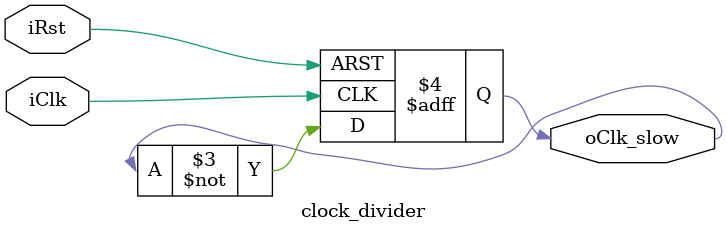
<source format=v>
module clock_divider(iClk,iRst,oClk_slow);

input iClk;
input iRst;
output reg oClk_slow;

always @(posedge iClk or negedge iRst) begin
    if (!iRst) begin
        oClk_slow <= 0;
    end else begin
        oClk_slow = ~ oClk_slow;
    end
end
endmodule

</source>
